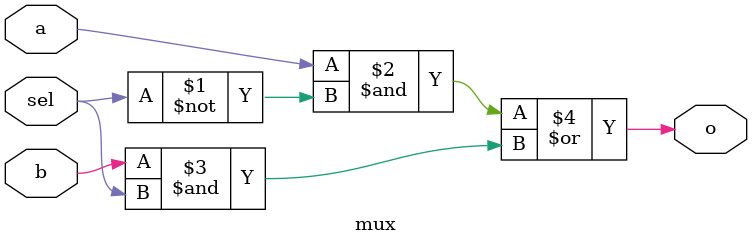
<source format=v>


module mux(
  input a, b, sel,
  output o
);

  assign o = a & ~sel | b & sel;

endmodule

</source>
